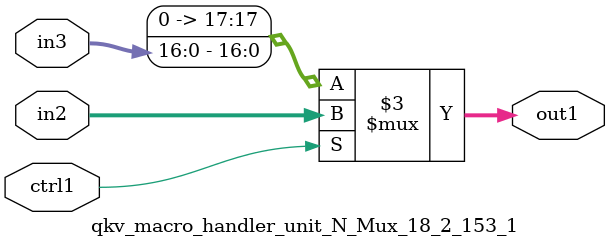
<source format=v>

`timescale 1ps / 1ps


module qkv_macro_handler_unit_N_Mux_18_2_153_1( in3, in2, ctrl1, out1 );

    input [16:0] in3;
    input [17:0] in2;
    input ctrl1;
    output [17:0] out1;
    reg [17:0] out1;

    
    // rtl_process:qkv_macro_handler_unit_N_Mux_18_2_153_1/qkv_macro_handler_unit_N_Mux_18_2_153_1_thread_1
    always @*
      begin : qkv_macro_handler_unit_N_Mux_18_2_153_1_thread_1
        case (ctrl1) 
          1'b1: 
            begin
              out1 = in2;
            end
          default: 
            begin
              out1 = {1'b0, in3};
            end
        endcase
      end

endmodule



</source>
